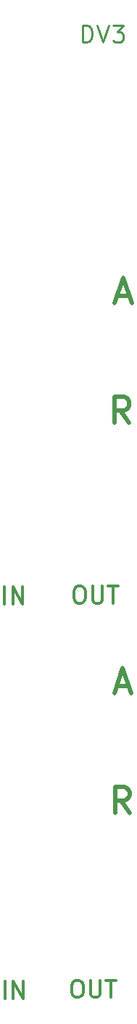
<source format=gts>
G04 #@! TF.GenerationSoftware,KiCad,Pcbnew,5.1.7-a382d34a8~87~ubuntu18.04.1*
G04 #@! TF.CreationDate,2021-01-14T14:23:33+00:00*
G04 #@! TF.ProjectId,dv3-panel,6476332d-7061-46e6-956c-2e6b69636164,rev?*
G04 #@! TF.SameCoordinates,Original*
G04 #@! TF.FileFunction,Soldermask,Top*
G04 #@! TF.FilePolarity,Negative*
%FSLAX46Y46*%
G04 Gerber Fmt 4.6, Leading zero omitted, Abs format (unit mm)*
G04 Created by KiCad (PCBNEW 5.1.7-a382d34a8~87~ubuntu18.04.1) date 2021-01-14 14:23:33*
%MOMM*%
%LPD*%
G01*
G04 APERTURE LIST*
%ADD10C,0.300000*%
%ADD11C,0.250000*%
%ADD12C,0.500000*%
G04 APERTURE END LIST*
D10*
X146615400Y-155952961D02*
X146996352Y-155952961D01*
X147186828Y-156048200D01*
X147377304Y-156238676D01*
X147472542Y-156619628D01*
X147472542Y-157286295D01*
X147377304Y-157667247D01*
X147186828Y-157857723D01*
X146996352Y-157952961D01*
X146615400Y-157952961D01*
X146424923Y-157857723D01*
X146234447Y-157667247D01*
X146139209Y-157286295D01*
X146139209Y-156619628D01*
X146234447Y-156238676D01*
X146424923Y-156048200D01*
X146615400Y-155952961D01*
X148329685Y-155952961D02*
X148329685Y-157572009D01*
X148424923Y-157762485D01*
X148520161Y-157857723D01*
X148710638Y-157952961D01*
X149091590Y-157952961D01*
X149282066Y-157857723D01*
X149377304Y-157762485D01*
X149472542Y-157572009D01*
X149472542Y-155952961D01*
X150139209Y-155952961D02*
X151282066Y-155952961D01*
X150710638Y-157952961D02*
X150710638Y-155952961D01*
X138372980Y-158054561D02*
X138372980Y-156054561D01*
X139325361Y-158054561D02*
X139325361Y-156054561D01*
X140468219Y-158054561D01*
X140468219Y-156054561D01*
X146869400Y-109928161D02*
X147250352Y-109928161D01*
X147440828Y-110023400D01*
X147631304Y-110213876D01*
X147726542Y-110594828D01*
X147726542Y-111261495D01*
X147631304Y-111642447D01*
X147440828Y-111832923D01*
X147250352Y-111928161D01*
X146869400Y-111928161D01*
X146678923Y-111832923D01*
X146488447Y-111642447D01*
X146393209Y-111261495D01*
X146393209Y-110594828D01*
X146488447Y-110213876D01*
X146678923Y-110023400D01*
X146869400Y-109928161D01*
X148583685Y-109928161D02*
X148583685Y-111547209D01*
X148678923Y-111737685D01*
X148774161Y-111832923D01*
X148964638Y-111928161D01*
X149345590Y-111928161D01*
X149536066Y-111832923D01*
X149631304Y-111737685D01*
X149726542Y-111547209D01*
X149726542Y-109928161D01*
X150393209Y-109928161D02*
X151536066Y-109928161D01*
X150964638Y-111928161D02*
X150964638Y-109928161D01*
X138296780Y-112004361D02*
X138296780Y-110004361D01*
X139249161Y-112004361D02*
X139249161Y-110004361D01*
X140392019Y-112004361D01*
X140392019Y-110004361D01*
D11*
X147416666Y-46454761D02*
X147416666Y-44454761D01*
X147892857Y-44454761D01*
X148178571Y-44550000D01*
X148369047Y-44740476D01*
X148464285Y-44930952D01*
X148559523Y-45311904D01*
X148559523Y-45597619D01*
X148464285Y-45978571D01*
X148369047Y-46169047D01*
X148178571Y-46359523D01*
X147892857Y-46454761D01*
X147416666Y-46454761D01*
X149130952Y-44454761D02*
X149797619Y-46454761D01*
X150464285Y-44454761D01*
X150940476Y-44454761D02*
X152178571Y-44454761D01*
X151511904Y-45216666D01*
X151797619Y-45216666D01*
X151988095Y-45311904D01*
X152083333Y-45407142D01*
X152178571Y-45597619D01*
X152178571Y-46073809D01*
X152083333Y-46264285D01*
X151988095Y-46359523D01*
X151797619Y-46454761D01*
X151226190Y-46454761D01*
X151035714Y-46359523D01*
X150940476Y-46264285D01*
D12*
X152909471Y-136383542D02*
X151909471Y-134954971D01*
X151195185Y-136383542D02*
X151195185Y-133383542D01*
X152338042Y-133383542D01*
X152623757Y-133526400D01*
X152766614Y-133669257D01*
X152909471Y-133954971D01*
X152909471Y-134383542D01*
X152766614Y-134669257D01*
X152623757Y-134812114D01*
X152338042Y-134954971D01*
X151195185Y-134954971D01*
X152858671Y-90841342D02*
X151858671Y-89412771D01*
X151144385Y-90841342D02*
X151144385Y-87841342D01*
X152287242Y-87841342D01*
X152572957Y-87984200D01*
X152715814Y-88127057D01*
X152858671Y-88412771D01*
X152858671Y-88841342D01*
X152715814Y-89127057D01*
X152572957Y-89269914D01*
X152287242Y-89412771D01*
X151144385Y-89412771D01*
X151430099Y-76039600D02*
X152858670Y-76039600D01*
X151144385Y-76896742D02*
X152144385Y-73896742D01*
X153144385Y-76896742D01*
X151393614Y-121581800D02*
X152822185Y-121581800D01*
X151107900Y-122438942D02*
X152107900Y-119438942D01*
X153107900Y-122438942D01*
D10*
X146615400Y-155952961D02*
X146996352Y-155952961D01*
X147186828Y-156048200D01*
X147377304Y-156238676D01*
X147472542Y-156619628D01*
X147472542Y-157286295D01*
X147377304Y-157667247D01*
X147186828Y-157857723D01*
X146996352Y-157952961D01*
X146615400Y-157952961D01*
X146424923Y-157857723D01*
X146234447Y-157667247D01*
X146139209Y-157286295D01*
X146139209Y-156619628D01*
X146234447Y-156238676D01*
X146424923Y-156048200D01*
X146615400Y-155952961D01*
X148329685Y-155952961D02*
X148329685Y-157572009D01*
X148424923Y-157762485D01*
X148520161Y-157857723D01*
X148710638Y-157952961D01*
X149091590Y-157952961D01*
X149282066Y-157857723D01*
X149377304Y-157762485D01*
X149472542Y-157572009D01*
X149472542Y-155952961D01*
X150139209Y-155952961D02*
X151282066Y-155952961D01*
X150710638Y-157952961D02*
X150710638Y-155952961D01*
X138372980Y-158054561D02*
X138372980Y-156054561D01*
X139325361Y-158054561D02*
X139325361Y-156054561D01*
X140468219Y-158054561D01*
X140468219Y-156054561D01*
X146869400Y-109928161D02*
X147250352Y-109928161D01*
X147440828Y-110023400D01*
X147631304Y-110213876D01*
X147726542Y-110594828D01*
X147726542Y-111261495D01*
X147631304Y-111642447D01*
X147440828Y-111832923D01*
X147250352Y-111928161D01*
X146869400Y-111928161D01*
X146678923Y-111832923D01*
X146488447Y-111642447D01*
X146393209Y-111261495D01*
X146393209Y-110594828D01*
X146488447Y-110213876D01*
X146678923Y-110023400D01*
X146869400Y-109928161D01*
X148583685Y-109928161D02*
X148583685Y-111547209D01*
X148678923Y-111737685D01*
X148774161Y-111832923D01*
X148964638Y-111928161D01*
X149345590Y-111928161D01*
X149536066Y-111832923D01*
X149631304Y-111737685D01*
X149726542Y-111547209D01*
X149726542Y-109928161D01*
X150393209Y-109928161D02*
X151536066Y-109928161D01*
X150964638Y-111928161D02*
X150964638Y-109928161D01*
X138296780Y-112004361D02*
X138296780Y-110004361D01*
X139249161Y-112004361D02*
X139249161Y-110004361D01*
X140392019Y-112004361D01*
X140392019Y-110004361D01*
D11*
X147416666Y-46454761D02*
X147416666Y-44454761D01*
X147892857Y-44454761D01*
X148178571Y-44550000D01*
X148369047Y-44740476D01*
X148464285Y-44930952D01*
X148559523Y-45311904D01*
X148559523Y-45597619D01*
X148464285Y-45978571D01*
X148369047Y-46169047D01*
X148178571Y-46359523D01*
X147892857Y-46454761D01*
X147416666Y-46454761D01*
X149130952Y-44454761D02*
X149797619Y-46454761D01*
X150464285Y-44454761D01*
X150940476Y-44454761D02*
X152178571Y-44454761D01*
X151511904Y-45216666D01*
X151797619Y-45216666D01*
X151988095Y-45311904D01*
X152083333Y-45407142D01*
X152178571Y-45597619D01*
X152178571Y-46073809D01*
X152083333Y-46264285D01*
X151988095Y-46359523D01*
X151797619Y-46454761D01*
X151226190Y-46454761D01*
X151035714Y-46359523D01*
X150940476Y-46264285D01*
D12*
X152909471Y-136383542D02*
X151909471Y-134954971D01*
X151195185Y-136383542D02*
X151195185Y-133383542D01*
X152338042Y-133383542D01*
X152623757Y-133526400D01*
X152766614Y-133669257D01*
X152909471Y-133954971D01*
X152909471Y-134383542D01*
X152766614Y-134669257D01*
X152623757Y-134812114D01*
X152338042Y-134954971D01*
X151195185Y-134954971D01*
X152858671Y-90841342D02*
X151858671Y-89412771D01*
X151144385Y-90841342D02*
X151144385Y-87841342D01*
X152287242Y-87841342D01*
X152572957Y-87984200D01*
X152715814Y-88127057D01*
X152858671Y-88412771D01*
X152858671Y-88841342D01*
X152715814Y-89127057D01*
X152572957Y-89269914D01*
X152287242Y-89412771D01*
X151144385Y-89412771D01*
X151430099Y-76039600D02*
X152858670Y-76039600D01*
X151144385Y-76896742D02*
X152144385Y-73896742D01*
X153144385Y-76896742D01*
X151393614Y-121581800D02*
X152822185Y-121581800D01*
X151107900Y-122438942D02*
X152107900Y-119438942D01*
X153107900Y-122438942D01*
M02*

</source>
